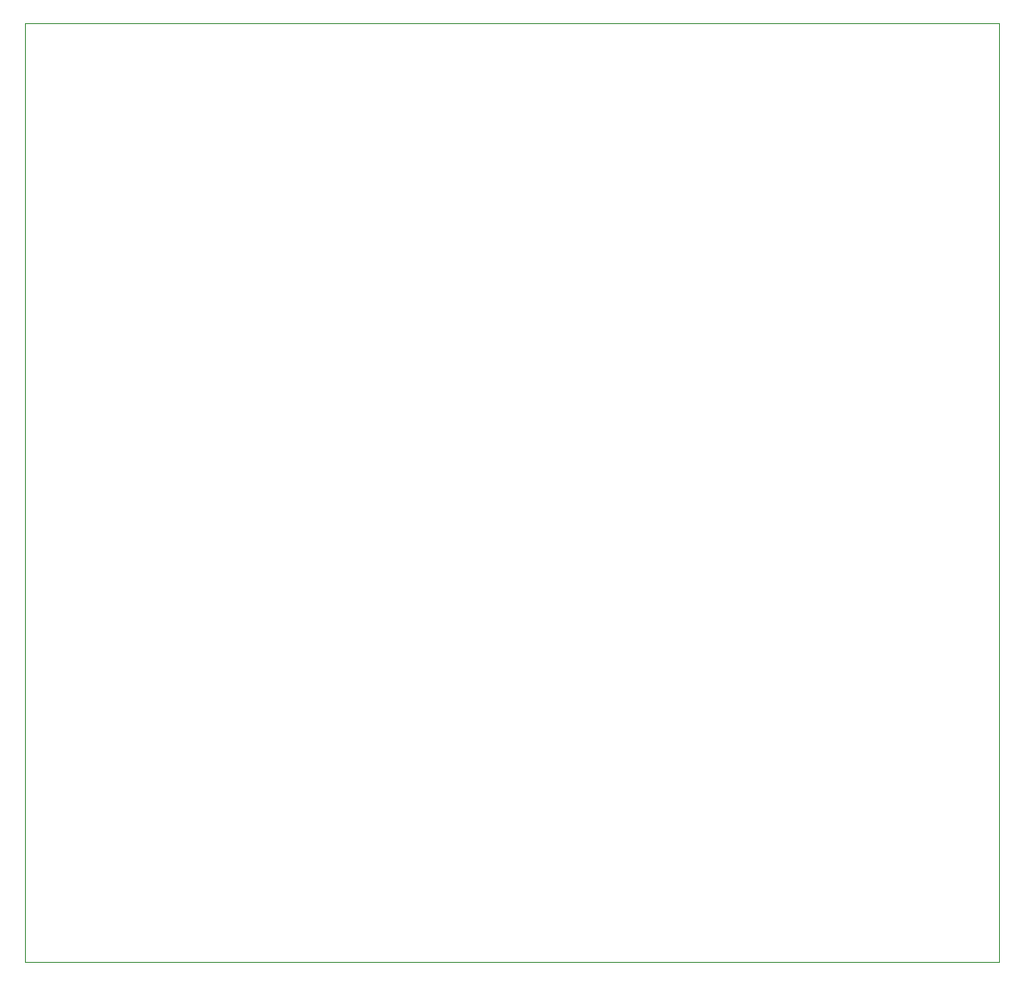
<source format=gbr>
%TF.GenerationSoftware,KiCad,Pcbnew,9.0.6*%
%TF.CreationDate,2025-12-24T16:22:33+00:00*%
%TF.ProjectId,Macro Pad,4d616372-6f20-4506-9164-2e6b69636164,rev?*%
%TF.SameCoordinates,Original*%
%TF.FileFunction,Profile,NP*%
%FSLAX46Y46*%
G04 Gerber Fmt 4.6, Leading zero omitted, Abs format (unit mm)*
G04 Created by KiCad (PCBNEW 9.0.6) date 2025-12-24 16:22:33*
%MOMM*%
%LPD*%
G01*
G04 APERTURE LIST*
%TA.AperFunction,Profile*%
%ADD10C,0.050000*%
%TD*%
G04 APERTURE END LIST*
D10*
X28935586Y-27538013D02*
X121443750Y-27538013D01*
X121443750Y-116681250D01*
X28935586Y-116681250D01*
X28935586Y-27538013D01*
M02*

</source>
